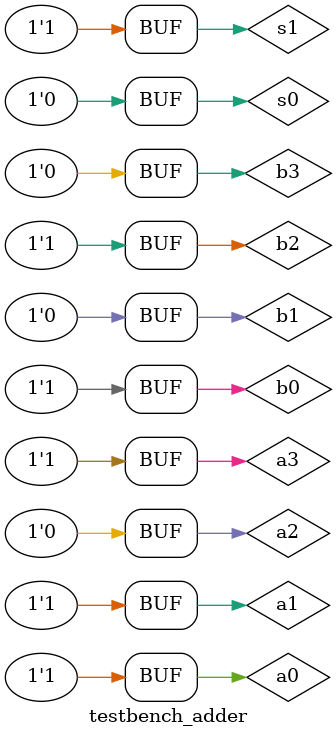
<source format=v>
`include "main_module.v"

module testbench_adder;

reg s0, s1, a0, a1, a2, a3, b0, b1, b2, b3;
wire s0_as, s1_as, s2_as, s3_as, carry_as, a_gt_b, a_eq_b, a_st_b, ab_0, ab_1, ab_2, ab_3;

main_module uut1 (
    .s0(s0), .s1(s1), .a0(a0), .a1(a1), .a2(a2), .a3(a3),
    .b0(b0), .b1(b1), .b2(b2), .b3(b3),
    .s0_as(s0_as), .s1_as(s1_as), .s2_as(s2_as), .s3_as(s3_as),
    .carry_as(carry_as), .a_gt_b(a_gt_b), .a_eq_b(a_eq_b),
    .a_st_b(a_st_b), .ab_0(ab_0), .ab_1(ab_1), .ab_2(ab_2), .ab_3(ab_3)
);

initial
    begin

    $dumpfile("comparator.vcd");
    $dumpvars(0);

    s0 = 1'b0; s1 = 1'b1;

    // Demonstrating Comparator

    a0 = 1'b1; a1 = 1'b1; a2 = 1'b1; a3 = 1'b1;
    b0 = 1'b1; b1 = 1'b1; b2 = 1'b1; b3 = 1'b1;
    #10
    a0 = 1'b0; a1 = 1'b0; a2 = 1'b0; a3 = 1'b0;
    b0 = 1'b0; b1 = 1'b0; b2 = 1'b0; b3 = 1'b0;
    #10
    a0 = 1'b1; a1 = 1'b1; a2 = 1'b0; a3 = 1'b1;
    b0 = 1'b0; b1 = 1'b1; b2 = 1'b0; b3 = 1'b0;
    #10
    a0 = 1'b0; a1 = 1'b1; a2 = 1'b0; a3 = 1'b0;
    b0 = 1'b1; b1 = 1'b1; b2 = 1'b1; b3 = 1'b1;
    #10 //Ignore below test case
    a0 = 1'b1; a1 = 1'b1; a2 = 1'b0; a3 = 1'b1;
    b0 = 1'b1; b1 = 1'b0; b2 = 1'b1; b3 = 1'b0;
    end
endmodule

</source>
